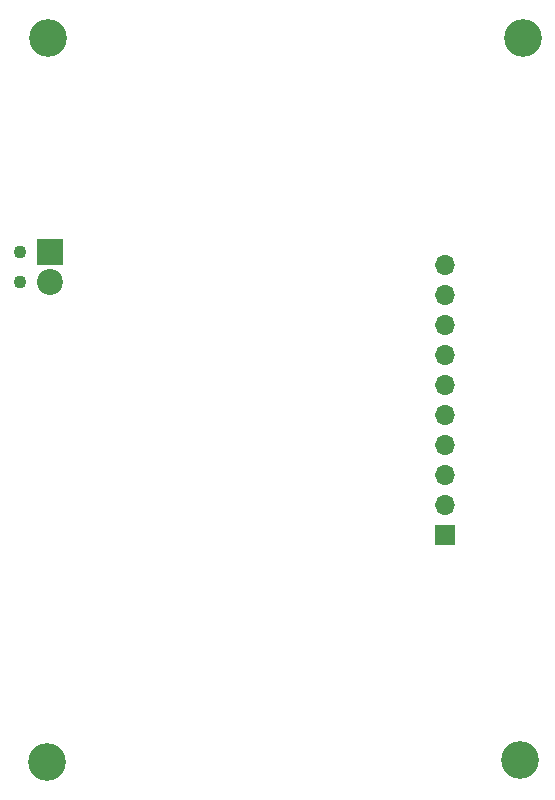
<source format=gbr>
%TF.GenerationSoftware,KiCad,Pcbnew,7.0.2*%
%TF.CreationDate,2023-05-17T08:24:27+02:00*%
%TF.ProjectId,Solar Cell offgrid Power,536f6c61-7220-4436-956c-6c206f666667,rev?*%
%TF.SameCoordinates,Original*%
%TF.FileFunction,Soldermask,Bot*%
%TF.FilePolarity,Negative*%
%FSLAX46Y46*%
G04 Gerber Fmt 4.6, Leading zero omitted, Abs format (unit mm)*
G04 Created by KiCad (PCBNEW 7.0.2) date 2023-05-17 08:24:27*
%MOMM*%
%LPD*%
G01*
G04 APERTURE LIST*
%ADD10C,3.200000*%
%ADD11R,1.700000X1.700000*%
%ADD12O,1.700000X1.700000*%
%ADD13C,1.100000*%
%ADD14R,2.200000X2.200000*%
%ADD15C,2.200000*%
G04 APERTURE END LIST*
D10*
%TO.C,REF\u002A\u002A*%
X112760000Y-69100000D03*
%TD*%
%TO.C,REF\u002A\u002A*%
X112710000Y-130410000D03*
%TD*%
%TO.C,REF\u002A\u002A*%
X152760000Y-130210000D03*
%TD*%
D11*
%TO.C,J1*%
X146400000Y-111150000D03*
D12*
X146400000Y-108610000D03*
X146400000Y-106070000D03*
X146400000Y-103530000D03*
X146400000Y-100990000D03*
X146400000Y-98450000D03*
X146400000Y-95910000D03*
X146400000Y-93370000D03*
X146400000Y-90830000D03*
X146400000Y-88290000D03*
%TD*%
D13*
%TO.C,J3*%
X110390000Y-87230000D03*
X110390000Y-89770000D03*
D14*
X112930000Y-87230000D03*
D15*
X112930000Y-89770000D03*
%TD*%
D10*
%TO.C,REF\u002A\u002A*%
X153040000Y-69080000D03*
%TD*%
M02*

</source>
